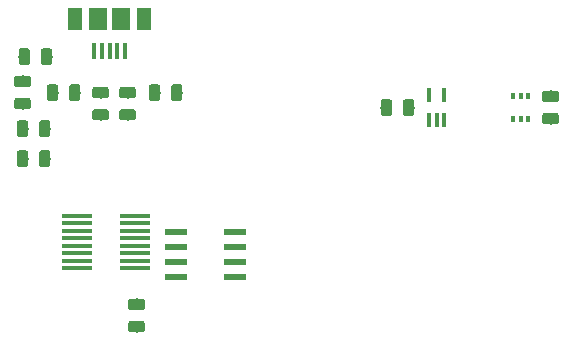
<source format=gbr>
G04 #@! TF.GenerationSoftware,KiCad,Pcbnew,(5.1.4)-1*
G04 #@! TF.CreationDate,2019-10-18T17:06:04-04:00*
G04 #@! TF.ProjectId,mtd415te,6d746434-3135-4746-952e-6b696361645f,rev?*
G04 #@! TF.SameCoordinates,Original*
G04 #@! TF.FileFunction,Paste,Top*
G04 #@! TF.FilePolarity,Positive*
%FSLAX46Y46*%
G04 Gerber Fmt 4.6, Leading zero omitted, Abs format (unit mm)*
G04 Created by KiCad (PCBNEW (5.1.4)-1) date 2019-10-18 17:06:04*
%MOMM*%
%LPD*%
G04 APERTURE LIST*
%ADD10R,2.540000X0.457200*%
%ADD11R,1.981200X0.558800*%
%ADD12C,0.100000*%
%ADD13C,0.975000*%
%ADD14R,0.355600X1.168400*%
%ADD15R,0.400000X0.600000*%
%ADD16R,1.200000X1.900000*%
%ADD17R,1.500000X1.900000*%
%ADD18R,0.400000X1.350000*%
G04 APERTURE END LIST*
D10*
X105156000Y-60960000D03*
X105156000Y-61595000D03*
X105156000Y-62230000D03*
X105156000Y-62865000D03*
X105156000Y-63500000D03*
X105156000Y-64135000D03*
X105156000Y-64770000D03*
X105156000Y-65405000D03*
X110083600Y-60960000D03*
X110083600Y-61595000D03*
X110083600Y-62230000D03*
X110083600Y-62865000D03*
X110083600Y-65405000D03*
X110083600Y-64135000D03*
X110083600Y-63500000D03*
X110083600Y-64770000D03*
D11*
X118541800Y-62357000D03*
X118541800Y-63627000D03*
X118541800Y-64897000D03*
X118541800Y-66167000D03*
X113614200Y-66167000D03*
X113614200Y-64897000D03*
X113614200Y-63627000D03*
X113614200Y-62357000D03*
D12*
G36*
X100851642Y-55435174D02*
G01*
X100875303Y-55438684D01*
X100898507Y-55444496D01*
X100921029Y-55452554D01*
X100942653Y-55462782D01*
X100963170Y-55475079D01*
X100982383Y-55489329D01*
X101000107Y-55505393D01*
X101016171Y-55523117D01*
X101030421Y-55542330D01*
X101042718Y-55562847D01*
X101052946Y-55584471D01*
X101061004Y-55606993D01*
X101066816Y-55630197D01*
X101070326Y-55653858D01*
X101071500Y-55677750D01*
X101071500Y-56590250D01*
X101070326Y-56614142D01*
X101066816Y-56637803D01*
X101061004Y-56661007D01*
X101052946Y-56683529D01*
X101042718Y-56705153D01*
X101030421Y-56725670D01*
X101016171Y-56744883D01*
X101000107Y-56762607D01*
X100982383Y-56778671D01*
X100963170Y-56792921D01*
X100942653Y-56805218D01*
X100921029Y-56815446D01*
X100898507Y-56823504D01*
X100875303Y-56829316D01*
X100851642Y-56832826D01*
X100827750Y-56834000D01*
X100340250Y-56834000D01*
X100316358Y-56832826D01*
X100292697Y-56829316D01*
X100269493Y-56823504D01*
X100246971Y-56815446D01*
X100225347Y-56805218D01*
X100204830Y-56792921D01*
X100185617Y-56778671D01*
X100167893Y-56762607D01*
X100151829Y-56744883D01*
X100137579Y-56725670D01*
X100125282Y-56705153D01*
X100115054Y-56683529D01*
X100106996Y-56661007D01*
X100101184Y-56637803D01*
X100097674Y-56614142D01*
X100096500Y-56590250D01*
X100096500Y-55677750D01*
X100097674Y-55653858D01*
X100101184Y-55630197D01*
X100106996Y-55606993D01*
X100115054Y-55584471D01*
X100125282Y-55562847D01*
X100137579Y-55542330D01*
X100151829Y-55523117D01*
X100167893Y-55505393D01*
X100185617Y-55489329D01*
X100204830Y-55475079D01*
X100225347Y-55462782D01*
X100246971Y-55452554D01*
X100269493Y-55444496D01*
X100292697Y-55438684D01*
X100316358Y-55435174D01*
X100340250Y-55434000D01*
X100827750Y-55434000D01*
X100851642Y-55435174D01*
X100851642Y-55435174D01*
G37*
D13*
X100584000Y-56134000D03*
D12*
G36*
X102726642Y-55435174D02*
G01*
X102750303Y-55438684D01*
X102773507Y-55444496D01*
X102796029Y-55452554D01*
X102817653Y-55462782D01*
X102838170Y-55475079D01*
X102857383Y-55489329D01*
X102875107Y-55505393D01*
X102891171Y-55523117D01*
X102905421Y-55542330D01*
X102917718Y-55562847D01*
X102927946Y-55584471D01*
X102936004Y-55606993D01*
X102941816Y-55630197D01*
X102945326Y-55653858D01*
X102946500Y-55677750D01*
X102946500Y-56590250D01*
X102945326Y-56614142D01*
X102941816Y-56637803D01*
X102936004Y-56661007D01*
X102927946Y-56683529D01*
X102917718Y-56705153D01*
X102905421Y-56725670D01*
X102891171Y-56744883D01*
X102875107Y-56762607D01*
X102857383Y-56778671D01*
X102838170Y-56792921D01*
X102817653Y-56805218D01*
X102796029Y-56815446D01*
X102773507Y-56823504D01*
X102750303Y-56829316D01*
X102726642Y-56832826D01*
X102702750Y-56834000D01*
X102215250Y-56834000D01*
X102191358Y-56832826D01*
X102167697Y-56829316D01*
X102144493Y-56823504D01*
X102121971Y-56815446D01*
X102100347Y-56805218D01*
X102079830Y-56792921D01*
X102060617Y-56778671D01*
X102042893Y-56762607D01*
X102026829Y-56744883D01*
X102012579Y-56725670D01*
X102000282Y-56705153D01*
X101990054Y-56683529D01*
X101981996Y-56661007D01*
X101976184Y-56637803D01*
X101972674Y-56614142D01*
X101971500Y-56590250D01*
X101971500Y-55677750D01*
X101972674Y-55653858D01*
X101976184Y-55630197D01*
X101981996Y-55606993D01*
X101990054Y-55584471D01*
X102000282Y-55562847D01*
X102012579Y-55542330D01*
X102026829Y-55523117D01*
X102042893Y-55505393D01*
X102060617Y-55489329D01*
X102079830Y-55475079D01*
X102100347Y-55462782D01*
X102121971Y-55452554D01*
X102144493Y-55444496D01*
X102167697Y-55438684D01*
X102191358Y-55435174D01*
X102215250Y-55434000D01*
X102702750Y-55434000D01*
X102726642Y-55435174D01*
X102726642Y-55435174D01*
G37*
D13*
X102459000Y-56134000D03*
D12*
G36*
X100851642Y-52895174D02*
G01*
X100875303Y-52898684D01*
X100898507Y-52904496D01*
X100921029Y-52912554D01*
X100942653Y-52922782D01*
X100963170Y-52935079D01*
X100982383Y-52949329D01*
X101000107Y-52965393D01*
X101016171Y-52983117D01*
X101030421Y-53002330D01*
X101042718Y-53022847D01*
X101052946Y-53044471D01*
X101061004Y-53066993D01*
X101066816Y-53090197D01*
X101070326Y-53113858D01*
X101071500Y-53137750D01*
X101071500Y-54050250D01*
X101070326Y-54074142D01*
X101066816Y-54097803D01*
X101061004Y-54121007D01*
X101052946Y-54143529D01*
X101042718Y-54165153D01*
X101030421Y-54185670D01*
X101016171Y-54204883D01*
X101000107Y-54222607D01*
X100982383Y-54238671D01*
X100963170Y-54252921D01*
X100942653Y-54265218D01*
X100921029Y-54275446D01*
X100898507Y-54283504D01*
X100875303Y-54289316D01*
X100851642Y-54292826D01*
X100827750Y-54294000D01*
X100340250Y-54294000D01*
X100316358Y-54292826D01*
X100292697Y-54289316D01*
X100269493Y-54283504D01*
X100246971Y-54275446D01*
X100225347Y-54265218D01*
X100204830Y-54252921D01*
X100185617Y-54238671D01*
X100167893Y-54222607D01*
X100151829Y-54204883D01*
X100137579Y-54185670D01*
X100125282Y-54165153D01*
X100115054Y-54143529D01*
X100106996Y-54121007D01*
X100101184Y-54097803D01*
X100097674Y-54074142D01*
X100096500Y-54050250D01*
X100096500Y-53137750D01*
X100097674Y-53113858D01*
X100101184Y-53090197D01*
X100106996Y-53066993D01*
X100115054Y-53044471D01*
X100125282Y-53022847D01*
X100137579Y-53002330D01*
X100151829Y-52983117D01*
X100167893Y-52965393D01*
X100185617Y-52949329D01*
X100204830Y-52935079D01*
X100225347Y-52922782D01*
X100246971Y-52912554D01*
X100269493Y-52904496D01*
X100292697Y-52898684D01*
X100316358Y-52895174D01*
X100340250Y-52894000D01*
X100827750Y-52894000D01*
X100851642Y-52895174D01*
X100851642Y-52895174D01*
G37*
D13*
X100584000Y-53594000D03*
D12*
G36*
X102726642Y-52895174D02*
G01*
X102750303Y-52898684D01*
X102773507Y-52904496D01*
X102796029Y-52912554D01*
X102817653Y-52922782D01*
X102838170Y-52935079D01*
X102857383Y-52949329D01*
X102875107Y-52965393D01*
X102891171Y-52983117D01*
X102905421Y-53002330D01*
X102917718Y-53022847D01*
X102927946Y-53044471D01*
X102936004Y-53066993D01*
X102941816Y-53090197D01*
X102945326Y-53113858D01*
X102946500Y-53137750D01*
X102946500Y-54050250D01*
X102945326Y-54074142D01*
X102941816Y-54097803D01*
X102936004Y-54121007D01*
X102927946Y-54143529D01*
X102917718Y-54165153D01*
X102905421Y-54185670D01*
X102891171Y-54204883D01*
X102875107Y-54222607D01*
X102857383Y-54238671D01*
X102838170Y-54252921D01*
X102817653Y-54265218D01*
X102796029Y-54275446D01*
X102773507Y-54283504D01*
X102750303Y-54289316D01*
X102726642Y-54292826D01*
X102702750Y-54294000D01*
X102215250Y-54294000D01*
X102191358Y-54292826D01*
X102167697Y-54289316D01*
X102144493Y-54283504D01*
X102121971Y-54275446D01*
X102100347Y-54265218D01*
X102079830Y-54252921D01*
X102060617Y-54238671D01*
X102042893Y-54222607D01*
X102026829Y-54204883D01*
X102012579Y-54185670D01*
X102000282Y-54165153D01*
X101990054Y-54143529D01*
X101981996Y-54121007D01*
X101976184Y-54097803D01*
X101972674Y-54074142D01*
X101971500Y-54050250D01*
X101971500Y-53137750D01*
X101972674Y-53113858D01*
X101976184Y-53090197D01*
X101981996Y-53066993D01*
X101990054Y-53044471D01*
X102000282Y-53022847D01*
X102012579Y-53002330D01*
X102026829Y-52983117D01*
X102042893Y-52965393D01*
X102060617Y-52949329D01*
X102079830Y-52935079D01*
X102100347Y-52922782D01*
X102121971Y-52912554D01*
X102144493Y-52904496D01*
X102167697Y-52898684D01*
X102191358Y-52895174D01*
X102215250Y-52894000D01*
X102702750Y-52894000D01*
X102726642Y-52895174D01*
X102726642Y-52895174D01*
G37*
D13*
X102459000Y-53594000D03*
D12*
G36*
X131664142Y-51117174D02*
G01*
X131687803Y-51120684D01*
X131711007Y-51126496D01*
X131733529Y-51134554D01*
X131755153Y-51144782D01*
X131775670Y-51157079D01*
X131794883Y-51171329D01*
X131812607Y-51187393D01*
X131828671Y-51205117D01*
X131842921Y-51224330D01*
X131855218Y-51244847D01*
X131865446Y-51266471D01*
X131873504Y-51288993D01*
X131879316Y-51312197D01*
X131882826Y-51335858D01*
X131884000Y-51359750D01*
X131884000Y-52272250D01*
X131882826Y-52296142D01*
X131879316Y-52319803D01*
X131873504Y-52343007D01*
X131865446Y-52365529D01*
X131855218Y-52387153D01*
X131842921Y-52407670D01*
X131828671Y-52426883D01*
X131812607Y-52444607D01*
X131794883Y-52460671D01*
X131775670Y-52474921D01*
X131755153Y-52487218D01*
X131733529Y-52497446D01*
X131711007Y-52505504D01*
X131687803Y-52511316D01*
X131664142Y-52514826D01*
X131640250Y-52516000D01*
X131152750Y-52516000D01*
X131128858Y-52514826D01*
X131105197Y-52511316D01*
X131081993Y-52505504D01*
X131059471Y-52497446D01*
X131037847Y-52487218D01*
X131017330Y-52474921D01*
X130998117Y-52460671D01*
X130980393Y-52444607D01*
X130964329Y-52426883D01*
X130950079Y-52407670D01*
X130937782Y-52387153D01*
X130927554Y-52365529D01*
X130919496Y-52343007D01*
X130913684Y-52319803D01*
X130910174Y-52296142D01*
X130909000Y-52272250D01*
X130909000Y-51359750D01*
X130910174Y-51335858D01*
X130913684Y-51312197D01*
X130919496Y-51288993D01*
X130927554Y-51266471D01*
X130937782Y-51244847D01*
X130950079Y-51224330D01*
X130964329Y-51205117D01*
X130980393Y-51187393D01*
X130998117Y-51171329D01*
X131017330Y-51157079D01*
X131037847Y-51144782D01*
X131059471Y-51134554D01*
X131081993Y-51126496D01*
X131105197Y-51120684D01*
X131128858Y-51117174D01*
X131152750Y-51116000D01*
X131640250Y-51116000D01*
X131664142Y-51117174D01*
X131664142Y-51117174D01*
G37*
D13*
X131396500Y-51816000D03*
D12*
G36*
X133539142Y-51117174D02*
G01*
X133562803Y-51120684D01*
X133586007Y-51126496D01*
X133608529Y-51134554D01*
X133630153Y-51144782D01*
X133650670Y-51157079D01*
X133669883Y-51171329D01*
X133687607Y-51187393D01*
X133703671Y-51205117D01*
X133717921Y-51224330D01*
X133730218Y-51244847D01*
X133740446Y-51266471D01*
X133748504Y-51288993D01*
X133754316Y-51312197D01*
X133757826Y-51335858D01*
X133759000Y-51359750D01*
X133759000Y-52272250D01*
X133757826Y-52296142D01*
X133754316Y-52319803D01*
X133748504Y-52343007D01*
X133740446Y-52365529D01*
X133730218Y-52387153D01*
X133717921Y-52407670D01*
X133703671Y-52426883D01*
X133687607Y-52444607D01*
X133669883Y-52460671D01*
X133650670Y-52474921D01*
X133630153Y-52487218D01*
X133608529Y-52497446D01*
X133586007Y-52505504D01*
X133562803Y-52511316D01*
X133539142Y-52514826D01*
X133515250Y-52516000D01*
X133027750Y-52516000D01*
X133003858Y-52514826D01*
X132980197Y-52511316D01*
X132956993Y-52505504D01*
X132934471Y-52497446D01*
X132912847Y-52487218D01*
X132892330Y-52474921D01*
X132873117Y-52460671D01*
X132855393Y-52444607D01*
X132839329Y-52426883D01*
X132825079Y-52407670D01*
X132812782Y-52387153D01*
X132802554Y-52365529D01*
X132794496Y-52343007D01*
X132788684Y-52319803D01*
X132785174Y-52296142D01*
X132784000Y-52272250D01*
X132784000Y-51359750D01*
X132785174Y-51335858D01*
X132788684Y-51312197D01*
X132794496Y-51288993D01*
X132802554Y-51266471D01*
X132812782Y-51244847D01*
X132825079Y-51224330D01*
X132839329Y-51205117D01*
X132855393Y-51187393D01*
X132873117Y-51171329D01*
X132892330Y-51157079D01*
X132912847Y-51144782D01*
X132934471Y-51134554D01*
X132956993Y-51126496D01*
X132980197Y-51120684D01*
X133003858Y-51117174D01*
X133027750Y-51116000D01*
X133515250Y-51116000D01*
X133539142Y-51117174D01*
X133539142Y-51117174D01*
G37*
D13*
X133271500Y-51816000D03*
D14*
X134975600Y-50774600D03*
X136296400Y-50774600D03*
X136296400Y-52857400D03*
X135636000Y-52857400D03*
X134975600Y-52857400D03*
D12*
G36*
X145768142Y-52267174D02*
G01*
X145791803Y-52270684D01*
X145815007Y-52276496D01*
X145837529Y-52284554D01*
X145859153Y-52294782D01*
X145879670Y-52307079D01*
X145898883Y-52321329D01*
X145916607Y-52337393D01*
X145932671Y-52355117D01*
X145946921Y-52374330D01*
X145959218Y-52394847D01*
X145969446Y-52416471D01*
X145977504Y-52438993D01*
X145983316Y-52462197D01*
X145986826Y-52485858D01*
X145988000Y-52509750D01*
X145988000Y-52997250D01*
X145986826Y-53021142D01*
X145983316Y-53044803D01*
X145977504Y-53068007D01*
X145969446Y-53090529D01*
X145959218Y-53112153D01*
X145946921Y-53132670D01*
X145932671Y-53151883D01*
X145916607Y-53169607D01*
X145898883Y-53185671D01*
X145879670Y-53199921D01*
X145859153Y-53212218D01*
X145837529Y-53222446D01*
X145815007Y-53230504D01*
X145791803Y-53236316D01*
X145768142Y-53239826D01*
X145744250Y-53241000D01*
X144831750Y-53241000D01*
X144807858Y-53239826D01*
X144784197Y-53236316D01*
X144760993Y-53230504D01*
X144738471Y-53222446D01*
X144716847Y-53212218D01*
X144696330Y-53199921D01*
X144677117Y-53185671D01*
X144659393Y-53169607D01*
X144643329Y-53151883D01*
X144629079Y-53132670D01*
X144616782Y-53112153D01*
X144606554Y-53090529D01*
X144598496Y-53068007D01*
X144592684Y-53044803D01*
X144589174Y-53021142D01*
X144588000Y-52997250D01*
X144588000Y-52509750D01*
X144589174Y-52485858D01*
X144592684Y-52462197D01*
X144598496Y-52438993D01*
X144606554Y-52416471D01*
X144616782Y-52394847D01*
X144629079Y-52374330D01*
X144643329Y-52355117D01*
X144659393Y-52337393D01*
X144677117Y-52321329D01*
X144696330Y-52307079D01*
X144716847Y-52294782D01*
X144738471Y-52284554D01*
X144760993Y-52276496D01*
X144784197Y-52270684D01*
X144807858Y-52267174D01*
X144831750Y-52266000D01*
X145744250Y-52266000D01*
X145768142Y-52267174D01*
X145768142Y-52267174D01*
G37*
D13*
X145288000Y-52753500D03*
D12*
G36*
X145768142Y-50392174D02*
G01*
X145791803Y-50395684D01*
X145815007Y-50401496D01*
X145837529Y-50409554D01*
X145859153Y-50419782D01*
X145879670Y-50432079D01*
X145898883Y-50446329D01*
X145916607Y-50462393D01*
X145932671Y-50480117D01*
X145946921Y-50499330D01*
X145959218Y-50519847D01*
X145969446Y-50541471D01*
X145977504Y-50563993D01*
X145983316Y-50587197D01*
X145986826Y-50610858D01*
X145988000Y-50634750D01*
X145988000Y-51122250D01*
X145986826Y-51146142D01*
X145983316Y-51169803D01*
X145977504Y-51193007D01*
X145969446Y-51215529D01*
X145959218Y-51237153D01*
X145946921Y-51257670D01*
X145932671Y-51276883D01*
X145916607Y-51294607D01*
X145898883Y-51310671D01*
X145879670Y-51324921D01*
X145859153Y-51337218D01*
X145837529Y-51347446D01*
X145815007Y-51355504D01*
X145791803Y-51361316D01*
X145768142Y-51364826D01*
X145744250Y-51366000D01*
X144831750Y-51366000D01*
X144807858Y-51364826D01*
X144784197Y-51361316D01*
X144760993Y-51355504D01*
X144738471Y-51347446D01*
X144716847Y-51337218D01*
X144696330Y-51324921D01*
X144677117Y-51310671D01*
X144659393Y-51294607D01*
X144643329Y-51276883D01*
X144629079Y-51257670D01*
X144616782Y-51237153D01*
X144606554Y-51215529D01*
X144598496Y-51193007D01*
X144592684Y-51169803D01*
X144589174Y-51146142D01*
X144588000Y-51122250D01*
X144588000Y-50634750D01*
X144589174Y-50610858D01*
X144592684Y-50587197D01*
X144598496Y-50563993D01*
X144606554Y-50541471D01*
X144616782Y-50519847D01*
X144629079Y-50499330D01*
X144643329Y-50480117D01*
X144659393Y-50462393D01*
X144677117Y-50446329D01*
X144696330Y-50432079D01*
X144716847Y-50419782D01*
X144738471Y-50409554D01*
X144760993Y-50401496D01*
X144784197Y-50395684D01*
X144807858Y-50392174D01*
X144831750Y-50391000D01*
X145744250Y-50391000D01*
X145768142Y-50392174D01*
X145768142Y-50392174D01*
G37*
D13*
X145288000Y-50878500D03*
D15*
X143398000Y-52766000D03*
X142748000Y-52766000D03*
X142098000Y-52766000D03*
X142098000Y-50866000D03*
X142748000Y-50866000D03*
X143398000Y-50866000D03*
D12*
G36*
X101008642Y-46799174D02*
G01*
X101032303Y-46802684D01*
X101055507Y-46808496D01*
X101078029Y-46816554D01*
X101099653Y-46826782D01*
X101120170Y-46839079D01*
X101139383Y-46853329D01*
X101157107Y-46869393D01*
X101173171Y-46887117D01*
X101187421Y-46906330D01*
X101199718Y-46926847D01*
X101209946Y-46948471D01*
X101218004Y-46970993D01*
X101223816Y-46994197D01*
X101227326Y-47017858D01*
X101228500Y-47041750D01*
X101228500Y-47954250D01*
X101227326Y-47978142D01*
X101223816Y-48001803D01*
X101218004Y-48025007D01*
X101209946Y-48047529D01*
X101199718Y-48069153D01*
X101187421Y-48089670D01*
X101173171Y-48108883D01*
X101157107Y-48126607D01*
X101139383Y-48142671D01*
X101120170Y-48156921D01*
X101099653Y-48169218D01*
X101078029Y-48179446D01*
X101055507Y-48187504D01*
X101032303Y-48193316D01*
X101008642Y-48196826D01*
X100984750Y-48198000D01*
X100497250Y-48198000D01*
X100473358Y-48196826D01*
X100449697Y-48193316D01*
X100426493Y-48187504D01*
X100403971Y-48179446D01*
X100382347Y-48169218D01*
X100361830Y-48156921D01*
X100342617Y-48142671D01*
X100324893Y-48126607D01*
X100308829Y-48108883D01*
X100294579Y-48089670D01*
X100282282Y-48069153D01*
X100272054Y-48047529D01*
X100263996Y-48025007D01*
X100258184Y-48001803D01*
X100254674Y-47978142D01*
X100253500Y-47954250D01*
X100253500Y-47041750D01*
X100254674Y-47017858D01*
X100258184Y-46994197D01*
X100263996Y-46970993D01*
X100272054Y-46948471D01*
X100282282Y-46926847D01*
X100294579Y-46906330D01*
X100308829Y-46887117D01*
X100324893Y-46869393D01*
X100342617Y-46853329D01*
X100361830Y-46839079D01*
X100382347Y-46826782D01*
X100403971Y-46816554D01*
X100426493Y-46808496D01*
X100449697Y-46802684D01*
X100473358Y-46799174D01*
X100497250Y-46798000D01*
X100984750Y-46798000D01*
X101008642Y-46799174D01*
X101008642Y-46799174D01*
G37*
D13*
X100741000Y-47498000D03*
D12*
G36*
X102883642Y-46799174D02*
G01*
X102907303Y-46802684D01*
X102930507Y-46808496D01*
X102953029Y-46816554D01*
X102974653Y-46826782D01*
X102995170Y-46839079D01*
X103014383Y-46853329D01*
X103032107Y-46869393D01*
X103048171Y-46887117D01*
X103062421Y-46906330D01*
X103074718Y-46926847D01*
X103084946Y-46948471D01*
X103093004Y-46970993D01*
X103098816Y-46994197D01*
X103102326Y-47017858D01*
X103103500Y-47041750D01*
X103103500Y-47954250D01*
X103102326Y-47978142D01*
X103098816Y-48001803D01*
X103093004Y-48025007D01*
X103084946Y-48047529D01*
X103074718Y-48069153D01*
X103062421Y-48089670D01*
X103048171Y-48108883D01*
X103032107Y-48126607D01*
X103014383Y-48142671D01*
X102995170Y-48156921D01*
X102974653Y-48169218D01*
X102953029Y-48179446D01*
X102930507Y-48187504D01*
X102907303Y-48193316D01*
X102883642Y-48196826D01*
X102859750Y-48198000D01*
X102372250Y-48198000D01*
X102348358Y-48196826D01*
X102324697Y-48193316D01*
X102301493Y-48187504D01*
X102278971Y-48179446D01*
X102257347Y-48169218D01*
X102236830Y-48156921D01*
X102217617Y-48142671D01*
X102199893Y-48126607D01*
X102183829Y-48108883D01*
X102169579Y-48089670D01*
X102157282Y-48069153D01*
X102147054Y-48047529D01*
X102138996Y-48025007D01*
X102133184Y-48001803D01*
X102129674Y-47978142D01*
X102128500Y-47954250D01*
X102128500Y-47041750D01*
X102129674Y-47017858D01*
X102133184Y-46994197D01*
X102138996Y-46970993D01*
X102147054Y-46948471D01*
X102157282Y-46926847D01*
X102169579Y-46906330D01*
X102183829Y-46887117D01*
X102199893Y-46869393D01*
X102217617Y-46853329D01*
X102236830Y-46839079D01*
X102257347Y-46826782D01*
X102278971Y-46816554D01*
X102301493Y-46808496D01*
X102324697Y-46802684D01*
X102348358Y-46799174D01*
X102372250Y-46798000D01*
X102859750Y-46798000D01*
X102883642Y-46799174D01*
X102883642Y-46799174D01*
G37*
D13*
X102616000Y-47498000D03*
D12*
G36*
X101064142Y-50997174D02*
G01*
X101087803Y-51000684D01*
X101111007Y-51006496D01*
X101133529Y-51014554D01*
X101155153Y-51024782D01*
X101175670Y-51037079D01*
X101194883Y-51051329D01*
X101212607Y-51067393D01*
X101228671Y-51085117D01*
X101242921Y-51104330D01*
X101255218Y-51124847D01*
X101265446Y-51146471D01*
X101273504Y-51168993D01*
X101279316Y-51192197D01*
X101282826Y-51215858D01*
X101284000Y-51239750D01*
X101284000Y-51727250D01*
X101282826Y-51751142D01*
X101279316Y-51774803D01*
X101273504Y-51798007D01*
X101265446Y-51820529D01*
X101255218Y-51842153D01*
X101242921Y-51862670D01*
X101228671Y-51881883D01*
X101212607Y-51899607D01*
X101194883Y-51915671D01*
X101175670Y-51929921D01*
X101155153Y-51942218D01*
X101133529Y-51952446D01*
X101111007Y-51960504D01*
X101087803Y-51966316D01*
X101064142Y-51969826D01*
X101040250Y-51971000D01*
X100127750Y-51971000D01*
X100103858Y-51969826D01*
X100080197Y-51966316D01*
X100056993Y-51960504D01*
X100034471Y-51952446D01*
X100012847Y-51942218D01*
X99992330Y-51929921D01*
X99973117Y-51915671D01*
X99955393Y-51899607D01*
X99939329Y-51881883D01*
X99925079Y-51862670D01*
X99912782Y-51842153D01*
X99902554Y-51820529D01*
X99894496Y-51798007D01*
X99888684Y-51774803D01*
X99885174Y-51751142D01*
X99884000Y-51727250D01*
X99884000Y-51239750D01*
X99885174Y-51215858D01*
X99888684Y-51192197D01*
X99894496Y-51168993D01*
X99902554Y-51146471D01*
X99912782Y-51124847D01*
X99925079Y-51104330D01*
X99939329Y-51085117D01*
X99955393Y-51067393D01*
X99973117Y-51051329D01*
X99992330Y-51037079D01*
X100012847Y-51024782D01*
X100034471Y-51014554D01*
X100056993Y-51006496D01*
X100080197Y-51000684D01*
X100103858Y-50997174D01*
X100127750Y-50996000D01*
X101040250Y-50996000D01*
X101064142Y-50997174D01*
X101064142Y-50997174D01*
G37*
D13*
X100584000Y-51483500D03*
D12*
G36*
X101064142Y-49122174D02*
G01*
X101087803Y-49125684D01*
X101111007Y-49131496D01*
X101133529Y-49139554D01*
X101155153Y-49149782D01*
X101175670Y-49162079D01*
X101194883Y-49176329D01*
X101212607Y-49192393D01*
X101228671Y-49210117D01*
X101242921Y-49229330D01*
X101255218Y-49249847D01*
X101265446Y-49271471D01*
X101273504Y-49293993D01*
X101279316Y-49317197D01*
X101282826Y-49340858D01*
X101284000Y-49364750D01*
X101284000Y-49852250D01*
X101282826Y-49876142D01*
X101279316Y-49899803D01*
X101273504Y-49923007D01*
X101265446Y-49945529D01*
X101255218Y-49967153D01*
X101242921Y-49987670D01*
X101228671Y-50006883D01*
X101212607Y-50024607D01*
X101194883Y-50040671D01*
X101175670Y-50054921D01*
X101155153Y-50067218D01*
X101133529Y-50077446D01*
X101111007Y-50085504D01*
X101087803Y-50091316D01*
X101064142Y-50094826D01*
X101040250Y-50096000D01*
X100127750Y-50096000D01*
X100103858Y-50094826D01*
X100080197Y-50091316D01*
X100056993Y-50085504D01*
X100034471Y-50077446D01*
X100012847Y-50067218D01*
X99992330Y-50054921D01*
X99973117Y-50040671D01*
X99955393Y-50024607D01*
X99939329Y-50006883D01*
X99925079Y-49987670D01*
X99912782Y-49967153D01*
X99902554Y-49945529D01*
X99894496Y-49923007D01*
X99888684Y-49899803D01*
X99885174Y-49876142D01*
X99884000Y-49852250D01*
X99884000Y-49364750D01*
X99885174Y-49340858D01*
X99888684Y-49317197D01*
X99894496Y-49293993D01*
X99902554Y-49271471D01*
X99912782Y-49249847D01*
X99925079Y-49229330D01*
X99939329Y-49210117D01*
X99955393Y-49192393D01*
X99973117Y-49176329D01*
X99992330Y-49162079D01*
X100012847Y-49149782D01*
X100034471Y-49139554D01*
X100056993Y-49131496D01*
X100080197Y-49125684D01*
X100103858Y-49122174D01*
X100127750Y-49121000D01*
X101040250Y-49121000D01*
X101064142Y-49122174D01*
X101064142Y-49122174D01*
G37*
D13*
X100584000Y-49608500D03*
D12*
G36*
X109954142Y-50059674D02*
G01*
X109977803Y-50063184D01*
X110001007Y-50068996D01*
X110023529Y-50077054D01*
X110045153Y-50087282D01*
X110065670Y-50099579D01*
X110084883Y-50113829D01*
X110102607Y-50129893D01*
X110118671Y-50147617D01*
X110132921Y-50166830D01*
X110145218Y-50187347D01*
X110155446Y-50208971D01*
X110163504Y-50231493D01*
X110169316Y-50254697D01*
X110172826Y-50278358D01*
X110174000Y-50302250D01*
X110174000Y-50789750D01*
X110172826Y-50813642D01*
X110169316Y-50837303D01*
X110163504Y-50860507D01*
X110155446Y-50883029D01*
X110145218Y-50904653D01*
X110132921Y-50925170D01*
X110118671Y-50944383D01*
X110102607Y-50962107D01*
X110084883Y-50978171D01*
X110065670Y-50992421D01*
X110045153Y-51004718D01*
X110023529Y-51014946D01*
X110001007Y-51023004D01*
X109977803Y-51028816D01*
X109954142Y-51032326D01*
X109930250Y-51033500D01*
X109017750Y-51033500D01*
X108993858Y-51032326D01*
X108970197Y-51028816D01*
X108946993Y-51023004D01*
X108924471Y-51014946D01*
X108902847Y-51004718D01*
X108882330Y-50992421D01*
X108863117Y-50978171D01*
X108845393Y-50962107D01*
X108829329Y-50944383D01*
X108815079Y-50925170D01*
X108802782Y-50904653D01*
X108792554Y-50883029D01*
X108784496Y-50860507D01*
X108778684Y-50837303D01*
X108775174Y-50813642D01*
X108774000Y-50789750D01*
X108774000Y-50302250D01*
X108775174Y-50278358D01*
X108778684Y-50254697D01*
X108784496Y-50231493D01*
X108792554Y-50208971D01*
X108802782Y-50187347D01*
X108815079Y-50166830D01*
X108829329Y-50147617D01*
X108845393Y-50129893D01*
X108863117Y-50113829D01*
X108882330Y-50099579D01*
X108902847Y-50087282D01*
X108924471Y-50077054D01*
X108946993Y-50068996D01*
X108970197Y-50063184D01*
X108993858Y-50059674D01*
X109017750Y-50058500D01*
X109930250Y-50058500D01*
X109954142Y-50059674D01*
X109954142Y-50059674D01*
G37*
D13*
X109474000Y-50546000D03*
D12*
G36*
X109954142Y-51934674D02*
G01*
X109977803Y-51938184D01*
X110001007Y-51943996D01*
X110023529Y-51952054D01*
X110045153Y-51962282D01*
X110065670Y-51974579D01*
X110084883Y-51988829D01*
X110102607Y-52004893D01*
X110118671Y-52022617D01*
X110132921Y-52041830D01*
X110145218Y-52062347D01*
X110155446Y-52083971D01*
X110163504Y-52106493D01*
X110169316Y-52129697D01*
X110172826Y-52153358D01*
X110174000Y-52177250D01*
X110174000Y-52664750D01*
X110172826Y-52688642D01*
X110169316Y-52712303D01*
X110163504Y-52735507D01*
X110155446Y-52758029D01*
X110145218Y-52779653D01*
X110132921Y-52800170D01*
X110118671Y-52819383D01*
X110102607Y-52837107D01*
X110084883Y-52853171D01*
X110065670Y-52867421D01*
X110045153Y-52879718D01*
X110023529Y-52889946D01*
X110001007Y-52898004D01*
X109977803Y-52903816D01*
X109954142Y-52907326D01*
X109930250Y-52908500D01*
X109017750Y-52908500D01*
X108993858Y-52907326D01*
X108970197Y-52903816D01*
X108946993Y-52898004D01*
X108924471Y-52889946D01*
X108902847Y-52879718D01*
X108882330Y-52867421D01*
X108863117Y-52853171D01*
X108845393Y-52837107D01*
X108829329Y-52819383D01*
X108815079Y-52800170D01*
X108802782Y-52779653D01*
X108792554Y-52758029D01*
X108784496Y-52735507D01*
X108778684Y-52712303D01*
X108775174Y-52688642D01*
X108774000Y-52664750D01*
X108774000Y-52177250D01*
X108775174Y-52153358D01*
X108778684Y-52129697D01*
X108784496Y-52106493D01*
X108792554Y-52083971D01*
X108802782Y-52062347D01*
X108815079Y-52041830D01*
X108829329Y-52022617D01*
X108845393Y-52004893D01*
X108863117Y-51988829D01*
X108882330Y-51974579D01*
X108902847Y-51962282D01*
X108924471Y-51952054D01*
X108946993Y-51943996D01*
X108970197Y-51938184D01*
X108993858Y-51934674D01*
X109017750Y-51933500D01*
X109930250Y-51933500D01*
X109954142Y-51934674D01*
X109954142Y-51934674D01*
G37*
D13*
X109474000Y-52421000D03*
D12*
G36*
X107668142Y-50059674D02*
G01*
X107691803Y-50063184D01*
X107715007Y-50068996D01*
X107737529Y-50077054D01*
X107759153Y-50087282D01*
X107779670Y-50099579D01*
X107798883Y-50113829D01*
X107816607Y-50129893D01*
X107832671Y-50147617D01*
X107846921Y-50166830D01*
X107859218Y-50187347D01*
X107869446Y-50208971D01*
X107877504Y-50231493D01*
X107883316Y-50254697D01*
X107886826Y-50278358D01*
X107888000Y-50302250D01*
X107888000Y-50789750D01*
X107886826Y-50813642D01*
X107883316Y-50837303D01*
X107877504Y-50860507D01*
X107869446Y-50883029D01*
X107859218Y-50904653D01*
X107846921Y-50925170D01*
X107832671Y-50944383D01*
X107816607Y-50962107D01*
X107798883Y-50978171D01*
X107779670Y-50992421D01*
X107759153Y-51004718D01*
X107737529Y-51014946D01*
X107715007Y-51023004D01*
X107691803Y-51028816D01*
X107668142Y-51032326D01*
X107644250Y-51033500D01*
X106731750Y-51033500D01*
X106707858Y-51032326D01*
X106684197Y-51028816D01*
X106660993Y-51023004D01*
X106638471Y-51014946D01*
X106616847Y-51004718D01*
X106596330Y-50992421D01*
X106577117Y-50978171D01*
X106559393Y-50962107D01*
X106543329Y-50944383D01*
X106529079Y-50925170D01*
X106516782Y-50904653D01*
X106506554Y-50883029D01*
X106498496Y-50860507D01*
X106492684Y-50837303D01*
X106489174Y-50813642D01*
X106488000Y-50789750D01*
X106488000Y-50302250D01*
X106489174Y-50278358D01*
X106492684Y-50254697D01*
X106498496Y-50231493D01*
X106506554Y-50208971D01*
X106516782Y-50187347D01*
X106529079Y-50166830D01*
X106543329Y-50147617D01*
X106559393Y-50129893D01*
X106577117Y-50113829D01*
X106596330Y-50099579D01*
X106616847Y-50087282D01*
X106638471Y-50077054D01*
X106660993Y-50068996D01*
X106684197Y-50063184D01*
X106707858Y-50059674D01*
X106731750Y-50058500D01*
X107644250Y-50058500D01*
X107668142Y-50059674D01*
X107668142Y-50059674D01*
G37*
D13*
X107188000Y-50546000D03*
D12*
G36*
X107668142Y-51934674D02*
G01*
X107691803Y-51938184D01*
X107715007Y-51943996D01*
X107737529Y-51952054D01*
X107759153Y-51962282D01*
X107779670Y-51974579D01*
X107798883Y-51988829D01*
X107816607Y-52004893D01*
X107832671Y-52022617D01*
X107846921Y-52041830D01*
X107859218Y-52062347D01*
X107869446Y-52083971D01*
X107877504Y-52106493D01*
X107883316Y-52129697D01*
X107886826Y-52153358D01*
X107888000Y-52177250D01*
X107888000Y-52664750D01*
X107886826Y-52688642D01*
X107883316Y-52712303D01*
X107877504Y-52735507D01*
X107869446Y-52758029D01*
X107859218Y-52779653D01*
X107846921Y-52800170D01*
X107832671Y-52819383D01*
X107816607Y-52837107D01*
X107798883Y-52853171D01*
X107779670Y-52867421D01*
X107759153Y-52879718D01*
X107737529Y-52889946D01*
X107715007Y-52898004D01*
X107691803Y-52903816D01*
X107668142Y-52907326D01*
X107644250Y-52908500D01*
X106731750Y-52908500D01*
X106707858Y-52907326D01*
X106684197Y-52903816D01*
X106660993Y-52898004D01*
X106638471Y-52889946D01*
X106616847Y-52879718D01*
X106596330Y-52867421D01*
X106577117Y-52853171D01*
X106559393Y-52837107D01*
X106543329Y-52819383D01*
X106529079Y-52800170D01*
X106516782Y-52779653D01*
X106506554Y-52758029D01*
X106498496Y-52735507D01*
X106492684Y-52712303D01*
X106489174Y-52688642D01*
X106488000Y-52664750D01*
X106488000Y-52177250D01*
X106489174Y-52153358D01*
X106492684Y-52129697D01*
X106498496Y-52106493D01*
X106506554Y-52083971D01*
X106516782Y-52062347D01*
X106529079Y-52041830D01*
X106543329Y-52022617D01*
X106559393Y-52004893D01*
X106577117Y-51988829D01*
X106596330Y-51974579D01*
X106616847Y-51962282D01*
X106638471Y-51952054D01*
X106660993Y-51943996D01*
X106684197Y-51938184D01*
X106707858Y-51934674D01*
X106731750Y-51933500D01*
X107644250Y-51933500D01*
X107668142Y-51934674D01*
X107668142Y-51934674D01*
G37*
D13*
X107188000Y-52421000D03*
D16*
X105050000Y-44354000D03*
X110850000Y-44354000D03*
D17*
X106950000Y-44354000D03*
X108950000Y-44354000D03*
D18*
X106650000Y-47054000D03*
X107300000Y-47054000D03*
X107950000Y-47054000D03*
X108600000Y-47054000D03*
X109250000Y-47054000D03*
D12*
G36*
X113902642Y-49847174D02*
G01*
X113926303Y-49850684D01*
X113949507Y-49856496D01*
X113972029Y-49864554D01*
X113993653Y-49874782D01*
X114014170Y-49887079D01*
X114033383Y-49901329D01*
X114051107Y-49917393D01*
X114067171Y-49935117D01*
X114081421Y-49954330D01*
X114093718Y-49974847D01*
X114103946Y-49996471D01*
X114112004Y-50018993D01*
X114117816Y-50042197D01*
X114121326Y-50065858D01*
X114122500Y-50089750D01*
X114122500Y-51002250D01*
X114121326Y-51026142D01*
X114117816Y-51049803D01*
X114112004Y-51073007D01*
X114103946Y-51095529D01*
X114093718Y-51117153D01*
X114081421Y-51137670D01*
X114067171Y-51156883D01*
X114051107Y-51174607D01*
X114033383Y-51190671D01*
X114014170Y-51204921D01*
X113993653Y-51217218D01*
X113972029Y-51227446D01*
X113949507Y-51235504D01*
X113926303Y-51241316D01*
X113902642Y-51244826D01*
X113878750Y-51246000D01*
X113391250Y-51246000D01*
X113367358Y-51244826D01*
X113343697Y-51241316D01*
X113320493Y-51235504D01*
X113297971Y-51227446D01*
X113276347Y-51217218D01*
X113255830Y-51204921D01*
X113236617Y-51190671D01*
X113218893Y-51174607D01*
X113202829Y-51156883D01*
X113188579Y-51137670D01*
X113176282Y-51117153D01*
X113166054Y-51095529D01*
X113157996Y-51073007D01*
X113152184Y-51049803D01*
X113148674Y-51026142D01*
X113147500Y-51002250D01*
X113147500Y-50089750D01*
X113148674Y-50065858D01*
X113152184Y-50042197D01*
X113157996Y-50018993D01*
X113166054Y-49996471D01*
X113176282Y-49974847D01*
X113188579Y-49954330D01*
X113202829Y-49935117D01*
X113218893Y-49917393D01*
X113236617Y-49901329D01*
X113255830Y-49887079D01*
X113276347Y-49874782D01*
X113297971Y-49864554D01*
X113320493Y-49856496D01*
X113343697Y-49850684D01*
X113367358Y-49847174D01*
X113391250Y-49846000D01*
X113878750Y-49846000D01*
X113902642Y-49847174D01*
X113902642Y-49847174D01*
G37*
D13*
X113635000Y-50546000D03*
D12*
G36*
X112027642Y-49847174D02*
G01*
X112051303Y-49850684D01*
X112074507Y-49856496D01*
X112097029Y-49864554D01*
X112118653Y-49874782D01*
X112139170Y-49887079D01*
X112158383Y-49901329D01*
X112176107Y-49917393D01*
X112192171Y-49935117D01*
X112206421Y-49954330D01*
X112218718Y-49974847D01*
X112228946Y-49996471D01*
X112237004Y-50018993D01*
X112242816Y-50042197D01*
X112246326Y-50065858D01*
X112247500Y-50089750D01*
X112247500Y-51002250D01*
X112246326Y-51026142D01*
X112242816Y-51049803D01*
X112237004Y-51073007D01*
X112228946Y-51095529D01*
X112218718Y-51117153D01*
X112206421Y-51137670D01*
X112192171Y-51156883D01*
X112176107Y-51174607D01*
X112158383Y-51190671D01*
X112139170Y-51204921D01*
X112118653Y-51217218D01*
X112097029Y-51227446D01*
X112074507Y-51235504D01*
X112051303Y-51241316D01*
X112027642Y-51244826D01*
X112003750Y-51246000D01*
X111516250Y-51246000D01*
X111492358Y-51244826D01*
X111468697Y-51241316D01*
X111445493Y-51235504D01*
X111422971Y-51227446D01*
X111401347Y-51217218D01*
X111380830Y-51204921D01*
X111361617Y-51190671D01*
X111343893Y-51174607D01*
X111327829Y-51156883D01*
X111313579Y-51137670D01*
X111301282Y-51117153D01*
X111291054Y-51095529D01*
X111282996Y-51073007D01*
X111277184Y-51049803D01*
X111273674Y-51026142D01*
X111272500Y-51002250D01*
X111272500Y-50089750D01*
X111273674Y-50065858D01*
X111277184Y-50042197D01*
X111282996Y-50018993D01*
X111291054Y-49996471D01*
X111301282Y-49974847D01*
X111313579Y-49954330D01*
X111327829Y-49935117D01*
X111343893Y-49917393D01*
X111361617Y-49901329D01*
X111380830Y-49887079D01*
X111401347Y-49874782D01*
X111422971Y-49864554D01*
X111445493Y-49856496D01*
X111468697Y-49850684D01*
X111492358Y-49847174D01*
X111516250Y-49846000D01*
X112003750Y-49846000D01*
X112027642Y-49847174D01*
X112027642Y-49847174D01*
G37*
D13*
X111760000Y-50546000D03*
D12*
G36*
X103391642Y-49847174D02*
G01*
X103415303Y-49850684D01*
X103438507Y-49856496D01*
X103461029Y-49864554D01*
X103482653Y-49874782D01*
X103503170Y-49887079D01*
X103522383Y-49901329D01*
X103540107Y-49917393D01*
X103556171Y-49935117D01*
X103570421Y-49954330D01*
X103582718Y-49974847D01*
X103592946Y-49996471D01*
X103601004Y-50018993D01*
X103606816Y-50042197D01*
X103610326Y-50065858D01*
X103611500Y-50089750D01*
X103611500Y-51002250D01*
X103610326Y-51026142D01*
X103606816Y-51049803D01*
X103601004Y-51073007D01*
X103592946Y-51095529D01*
X103582718Y-51117153D01*
X103570421Y-51137670D01*
X103556171Y-51156883D01*
X103540107Y-51174607D01*
X103522383Y-51190671D01*
X103503170Y-51204921D01*
X103482653Y-51217218D01*
X103461029Y-51227446D01*
X103438507Y-51235504D01*
X103415303Y-51241316D01*
X103391642Y-51244826D01*
X103367750Y-51246000D01*
X102880250Y-51246000D01*
X102856358Y-51244826D01*
X102832697Y-51241316D01*
X102809493Y-51235504D01*
X102786971Y-51227446D01*
X102765347Y-51217218D01*
X102744830Y-51204921D01*
X102725617Y-51190671D01*
X102707893Y-51174607D01*
X102691829Y-51156883D01*
X102677579Y-51137670D01*
X102665282Y-51117153D01*
X102655054Y-51095529D01*
X102646996Y-51073007D01*
X102641184Y-51049803D01*
X102637674Y-51026142D01*
X102636500Y-51002250D01*
X102636500Y-50089750D01*
X102637674Y-50065858D01*
X102641184Y-50042197D01*
X102646996Y-50018993D01*
X102655054Y-49996471D01*
X102665282Y-49974847D01*
X102677579Y-49954330D01*
X102691829Y-49935117D01*
X102707893Y-49917393D01*
X102725617Y-49901329D01*
X102744830Y-49887079D01*
X102765347Y-49874782D01*
X102786971Y-49864554D01*
X102809493Y-49856496D01*
X102832697Y-49850684D01*
X102856358Y-49847174D01*
X102880250Y-49846000D01*
X103367750Y-49846000D01*
X103391642Y-49847174D01*
X103391642Y-49847174D01*
G37*
D13*
X103124000Y-50546000D03*
D12*
G36*
X105266642Y-49847174D02*
G01*
X105290303Y-49850684D01*
X105313507Y-49856496D01*
X105336029Y-49864554D01*
X105357653Y-49874782D01*
X105378170Y-49887079D01*
X105397383Y-49901329D01*
X105415107Y-49917393D01*
X105431171Y-49935117D01*
X105445421Y-49954330D01*
X105457718Y-49974847D01*
X105467946Y-49996471D01*
X105476004Y-50018993D01*
X105481816Y-50042197D01*
X105485326Y-50065858D01*
X105486500Y-50089750D01*
X105486500Y-51002250D01*
X105485326Y-51026142D01*
X105481816Y-51049803D01*
X105476004Y-51073007D01*
X105467946Y-51095529D01*
X105457718Y-51117153D01*
X105445421Y-51137670D01*
X105431171Y-51156883D01*
X105415107Y-51174607D01*
X105397383Y-51190671D01*
X105378170Y-51204921D01*
X105357653Y-51217218D01*
X105336029Y-51227446D01*
X105313507Y-51235504D01*
X105290303Y-51241316D01*
X105266642Y-51244826D01*
X105242750Y-51246000D01*
X104755250Y-51246000D01*
X104731358Y-51244826D01*
X104707697Y-51241316D01*
X104684493Y-51235504D01*
X104661971Y-51227446D01*
X104640347Y-51217218D01*
X104619830Y-51204921D01*
X104600617Y-51190671D01*
X104582893Y-51174607D01*
X104566829Y-51156883D01*
X104552579Y-51137670D01*
X104540282Y-51117153D01*
X104530054Y-51095529D01*
X104521996Y-51073007D01*
X104516184Y-51049803D01*
X104512674Y-51026142D01*
X104511500Y-51002250D01*
X104511500Y-50089750D01*
X104512674Y-50065858D01*
X104516184Y-50042197D01*
X104521996Y-50018993D01*
X104530054Y-49996471D01*
X104540282Y-49974847D01*
X104552579Y-49954330D01*
X104566829Y-49935117D01*
X104582893Y-49917393D01*
X104600617Y-49901329D01*
X104619830Y-49887079D01*
X104640347Y-49874782D01*
X104661971Y-49864554D01*
X104684493Y-49856496D01*
X104707697Y-49850684D01*
X104731358Y-49847174D01*
X104755250Y-49846000D01*
X105242750Y-49846000D01*
X105266642Y-49847174D01*
X105266642Y-49847174D01*
G37*
D13*
X104999000Y-50546000D03*
D12*
G36*
X110716142Y-67996674D02*
G01*
X110739803Y-68000184D01*
X110763007Y-68005996D01*
X110785529Y-68014054D01*
X110807153Y-68024282D01*
X110827670Y-68036579D01*
X110846883Y-68050829D01*
X110864607Y-68066893D01*
X110880671Y-68084617D01*
X110894921Y-68103830D01*
X110907218Y-68124347D01*
X110917446Y-68145971D01*
X110925504Y-68168493D01*
X110931316Y-68191697D01*
X110934826Y-68215358D01*
X110936000Y-68239250D01*
X110936000Y-68726750D01*
X110934826Y-68750642D01*
X110931316Y-68774303D01*
X110925504Y-68797507D01*
X110917446Y-68820029D01*
X110907218Y-68841653D01*
X110894921Y-68862170D01*
X110880671Y-68881383D01*
X110864607Y-68899107D01*
X110846883Y-68915171D01*
X110827670Y-68929421D01*
X110807153Y-68941718D01*
X110785529Y-68951946D01*
X110763007Y-68960004D01*
X110739803Y-68965816D01*
X110716142Y-68969326D01*
X110692250Y-68970500D01*
X109779750Y-68970500D01*
X109755858Y-68969326D01*
X109732197Y-68965816D01*
X109708993Y-68960004D01*
X109686471Y-68951946D01*
X109664847Y-68941718D01*
X109644330Y-68929421D01*
X109625117Y-68915171D01*
X109607393Y-68899107D01*
X109591329Y-68881383D01*
X109577079Y-68862170D01*
X109564782Y-68841653D01*
X109554554Y-68820029D01*
X109546496Y-68797507D01*
X109540684Y-68774303D01*
X109537174Y-68750642D01*
X109536000Y-68726750D01*
X109536000Y-68239250D01*
X109537174Y-68215358D01*
X109540684Y-68191697D01*
X109546496Y-68168493D01*
X109554554Y-68145971D01*
X109564782Y-68124347D01*
X109577079Y-68103830D01*
X109591329Y-68084617D01*
X109607393Y-68066893D01*
X109625117Y-68050829D01*
X109644330Y-68036579D01*
X109664847Y-68024282D01*
X109686471Y-68014054D01*
X109708993Y-68005996D01*
X109732197Y-68000184D01*
X109755858Y-67996674D01*
X109779750Y-67995500D01*
X110692250Y-67995500D01*
X110716142Y-67996674D01*
X110716142Y-67996674D01*
G37*
D13*
X110236000Y-68483000D03*
D12*
G36*
X110716142Y-69871674D02*
G01*
X110739803Y-69875184D01*
X110763007Y-69880996D01*
X110785529Y-69889054D01*
X110807153Y-69899282D01*
X110827670Y-69911579D01*
X110846883Y-69925829D01*
X110864607Y-69941893D01*
X110880671Y-69959617D01*
X110894921Y-69978830D01*
X110907218Y-69999347D01*
X110917446Y-70020971D01*
X110925504Y-70043493D01*
X110931316Y-70066697D01*
X110934826Y-70090358D01*
X110936000Y-70114250D01*
X110936000Y-70601750D01*
X110934826Y-70625642D01*
X110931316Y-70649303D01*
X110925504Y-70672507D01*
X110917446Y-70695029D01*
X110907218Y-70716653D01*
X110894921Y-70737170D01*
X110880671Y-70756383D01*
X110864607Y-70774107D01*
X110846883Y-70790171D01*
X110827670Y-70804421D01*
X110807153Y-70816718D01*
X110785529Y-70826946D01*
X110763007Y-70835004D01*
X110739803Y-70840816D01*
X110716142Y-70844326D01*
X110692250Y-70845500D01*
X109779750Y-70845500D01*
X109755858Y-70844326D01*
X109732197Y-70840816D01*
X109708993Y-70835004D01*
X109686471Y-70826946D01*
X109664847Y-70816718D01*
X109644330Y-70804421D01*
X109625117Y-70790171D01*
X109607393Y-70774107D01*
X109591329Y-70756383D01*
X109577079Y-70737170D01*
X109564782Y-70716653D01*
X109554554Y-70695029D01*
X109546496Y-70672507D01*
X109540684Y-70649303D01*
X109537174Y-70625642D01*
X109536000Y-70601750D01*
X109536000Y-70114250D01*
X109537174Y-70090358D01*
X109540684Y-70066697D01*
X109546496Y-70043493D01*
X109554554Y-70020971D01*
X109564782Y-69999347D01*
X109577079Y-69978830D01*
X109591329Y-69959617D01*
X109607393Y-69941893D01*
X109625117Y-69925829D01*
X109644330Y-69911579D01*
X109664847Y-69899282D01*
X109686471Y-69889054D01*
X109708993Y-69880996D01*
X109732197Y-69875184D01*
X109755858Y-69871674D01*
X109779750Y-69870500D01*
X110692250Y-69870500D01*
X110716142Y-69871674D01*
X110716142Y-69871674D01*
G37*
D13*
X110236000Y-70358000D03*
M02*

</source>
